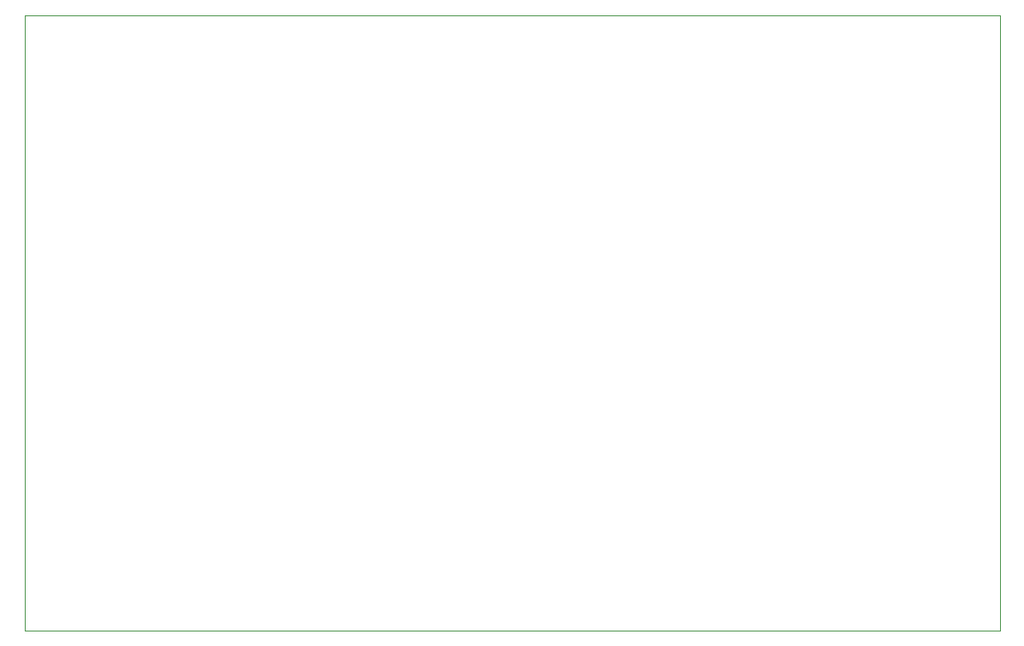
<source format=gbr>
G04 #@! TF.GenerationSoftware,KiCad,Pcbnew,5.1.5+dfsg1-2build2*
G04 #@! TF.CreationDate,2023-03-21T22:00:02+00:00*
G04 #@! TF.ProjectId,pps-rom-dumper,7070732d-726f-46d2-9d64-756d7065722e,rev?*
G04 #@! TF.SameCoordinates,Original*
G04 #@! TF.FileFunction,Profile,NP*
%FSLAX46Y46*%
G04 Gerber Fmt 4.6, Leading zero omitted, Abs format (unit mm)*
G04 Created by KiCad (PCBNEW 5.1.5+dfsg1-2build2) date 2023-03-21 22:00:02*
%MOMM*%
%LPD*%
G04 APERTURE LIST*
%ADD10C,0.050000*%
G04 APERTURE END LIST*
D10*
X45720000Y-86360000D02*
X45720000Y-25400000D01*
X142240000Y-86360000D02*
X45720000Y-86360000D01*
X142240000Y-25400000D02*
X142240000Y-86360000D01*
X45720000Y-25400000D02*
X142240000Y-25400000D01*
M02*

</source>
